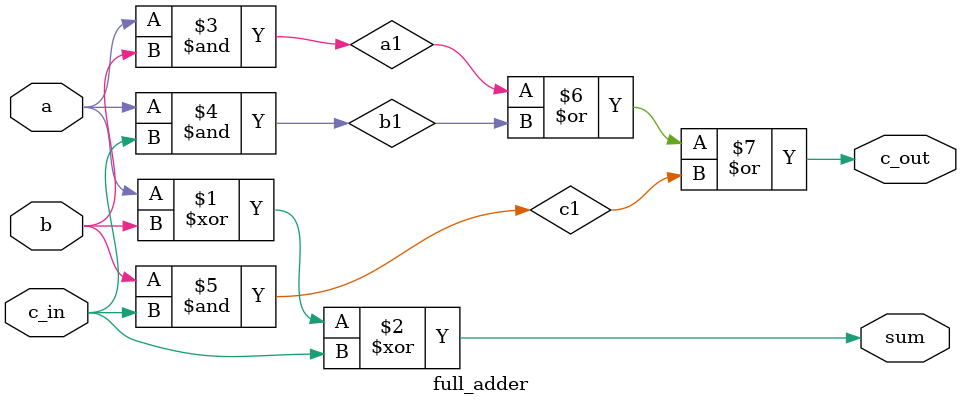
<source format=sv>
module full_adder(
    input logic a, b, c_in,
    output logic sum, c_out
);
    logic a1, b1, c1;

    xor g1(sum, a, b, c_in);  // sum = a XOR b XOR c_in
    and g2(a1, a, b);
    and g3(b1, a, c_in);
    and g4(c1, b, c_in);
    or  g5(c_out, a1, b1, c1); // carry
endmodule



</source>
